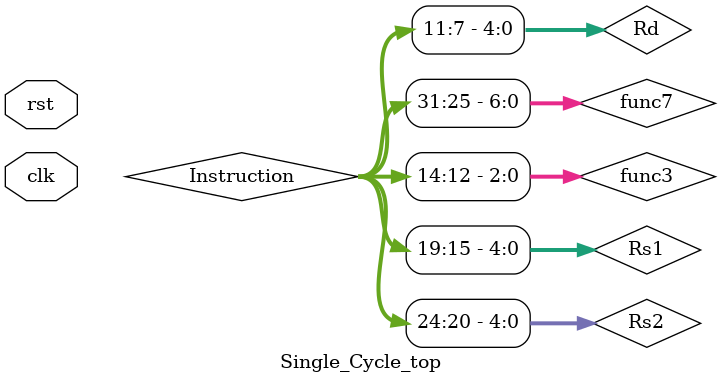
<source format=v>
`include "2to1MUX.v"
`include "32bit_Adder.v"
`include "ALU_and_ALU_control.v"
`include "ControlUnit.v"
`include "DataMem.v"
`include "ImmGen.v"
`include "InstructionMem.v"
`include "PC.v"
`include "SC_RegFile.v"

module Single_Cycle_top (
    input clk, rst
    );

    wire [31:0] CurrentPC, NextPC, PCplus4, AddrCal, Instruction, Imm, WriteData, ReadData1, ReadData2, MemOrALU, AddrCalSrc, OprB, ALUOut, DataMemOut;  
    wire PCMUXSel, ALUFlag;
    wire RegWrEn, PCtoReg, OffsetBase, ALUSrc, MemRdEn, MemWrEn, MemtoReg, BrEn, UncBr; //Control lines
    wire [1:0] ALUOp;

    wire [4:0] Rs1, Rs2, Rd;
    wire [6:0] func7;
    wire [2:0] func3;

    assign Rd = Instruction[11:7];
    assign Rs1 = Instruction[19:15];
    assign Rs2 = Instruction[24:20];
    assign func7 = Instruction[31:25];
    assign func3 = Instruction[14:12];

    PC PC1 (
        .rst (rst),
        .clk (clk),
        .CurrentAddr (CurrentPC),
        .NextAddr (NextPC)
    );

    MUX2to1 PCMUX (
        .A_i (PCplus4),
        .B_i (AddrCal),
        .sel (PCMUXSel),
        .Out_o (NextPC)
    );

    Adder_32bit PCInc (
        .A_i (32'd4),
        .B_i (CurrentPC),
        .Sum_o (PCplus4)
    );

    InstructionMem InstrMem (
        .PC_i (CurrentPC),
        .Instruction_o (Instruction) 
    );

    ImmGen ImmExt (
        .Instruction_i (Instruction),
        .Immediate_o (Imm)
    );

   SC_RegFile RegisterFile (
        .clk (clk),
        .rst (rst),
        .ReadReg1 (Rs1),
        .ReadReg2 (Rs2),
        .WriteReg (Rd),
        .WriteData (WriteData),
        .RegWrEn (RegWrEn),
        .ReadData1 (ReadData1),
        .ReadData2 (ReadData2)
   );

   MUX2to1 WriteDataMUX (
        .A_i (MemOrALU),
        .B_i (PCplus4),
        .sel (PCtoReg),
        .Out_o (WriteData)
   );

   Adder_32bit AddrCalAdder (
        .A_i (AddrCalSrc),
        .B_i (Imm),
        .Sum_o (AddrCal)
   );

   MUX2to1 AddrCalSrcMUX (
       .A_i (CurrentPC),
       .B_i (ReadData1),
       .sel (OffsetBase),
       .Out_o (AddrCalSrc)
   );

   ALU_and_ALU_control ALU_and_ALU_Control_main (
       .OperandA_i (ReadData1),
       .OperandB_i (OprB),
       .Funct7_i (func7),
       .Funct3_i (func3),
       .ALUOp_i (ALUOp),
       .Result_o (ALUOut),
       .Flag_o (ALUFlag)
   );

   MUX2to1 OperandBMUX (
       .A_i (ReadData2),
       .B_i (Imm),
       .sel (ALUSrc),
       .Out_o (OprB)
   );

   DataMem DataMemory (
        .clk (clk),
        .Address_i (ALUOut),
        .WriteData_i (ReadData2),
        .ReadEn_i (MemRdEn),
        .WriteEn_i (MemWrEn),
        .Data_o (DataMemOut)
   );

   MUX2to1 MemtoRegMUX (
        .A_i (ALUOut),
        .B_i (DataMemOut),
        .sel (MemtoReg),
        .Out_o (MemOrALU)
   );

   assign PCMUXSel = (ALUFlag & BrEn) | UncBr;

   ControlUnit Controlunit (
        .Instruction_i (Instruction),
        .ALUSrc_o (ALUSrc),
        .OffsetBase_o (OffsetBase),
        .BrEn_o (BrEn),
        .UncBr_o (UncBr),
        .MemWrEn_o (MemWrEn),
        .MemRdEn_o (MemRdEn),
        .MemtoReg_o (MemtoReg),
        .RegWrEn_o (RegWrEn),
        .PCtoReg_o (PCtoReg),
        .ALUOp_o (ALUOp)
   );


endmodule

</source>
